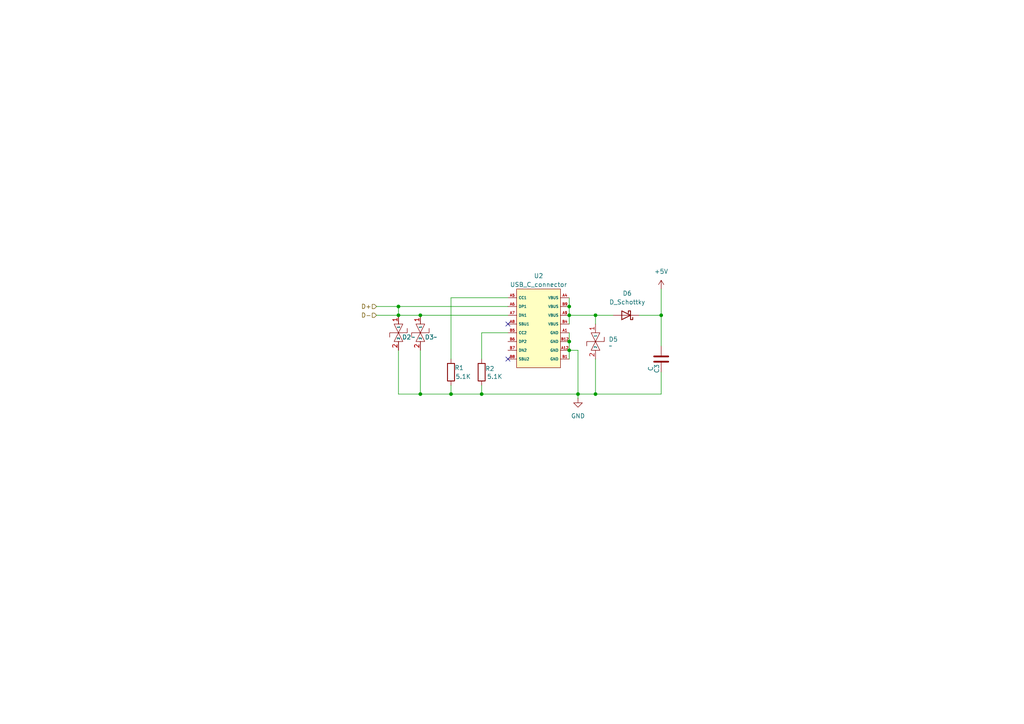
<source format=kicad_sch>
(kicad_sch (version 20250114) (generator "eeschema") (generator_version "9.0")
  (paper "A4")
  (lib_symbols
    (symbol "Custom_symbols:ESD_protection_TVS_RCLAMP0521P-N"
      (property "Reference" "D1" (at 0 3.556 0))
      (symbol "ESD_protection_TVS_RCLAMP0521P-N_0_1"
        (polyline (pts (xy 0 0) (xy -2.54 1.27) (xy -2.54 -1.27) (xy 2.54 1.27) (xy 2.54 -1.27) (xy 0 0) (xy 0 2.54) (xy -1.27 2.54) (xy 0 2.54) (xy 0 0) (xy 0 -2.54) (xy 1.27 -2.54) (xy 0 -2.54) (xy 0 0)))
      )
      (symbol "ESD_protection_TVS_RCLAMP0521P-N_1_1"
        (pin input line (at -5.08 0 0) (length 2.54) (name "1") (number "1"))
        (pin output line (at 5.08 0 180) (length 2.54) (name "2") (number "2"))
      )
    )
    (symbol "Custom_symbols:USB_C_connector_C165948"
      (property "Reference" "U1" (at 0 13.462 0))
      (symbol "USB_C_connector_C165948_1_1"
        (rectangle (start -6.35 11.43) (end 6.35 -11.43) (fill (type background)))
        (pin bidirectional line (at -8.89 8.89 0) (length 2.54) (name "CC1") (number "A5"))
        (pin bidirectional line (at -8.89 6.35 0) (length 2.54) (name "DP1") (number "A6"))
        (pin bidirectional line (at -8.89 3.81 0) (length 2.54) (name "DN1") (number "A7"))
        (pin bidirectional line (at -8.89 1.27 0) (length 2.54) (name "SBU1") (number "A8"))
        (pin bidirectional line (at -8.89 -1.27 0) (length 2.54) (name "CC2") (number "B5"))
        (pin bidirectional line (at -8.89 -3.81 0) (length 2.54) (name "DP2") (number "B6"))
        (pin bidirectional line (at -8.89 -6.35 0) (length 2.54) (name "DN2") (number "B7"))
        (pin bidirectional line (at -8.89 -8.89 0) (length 2.54) (name "SBU2") (number "B8"))
        (pin power_out line (at 8.89 8.89 180) (length 2.54) (name "VBUS") (number "A4\n"))
        (pin power_out line (at 8.89 6.35 180) (length 2.54) (name "VBUS") (number "B9"))
        (pin power_out line (at 8.89 3.81 180) (length 2.54) (name "VBUS") (number "A9"))
        (pin power_out line (at 8.89 1.27 180) (length 2.54) (name "VBUS") (number "B4"))
        (pin power_in line (at 8.89 -1.27 180) (length 2.54) (name "GND") (number "A1"))
        (pin power_in line (at 8.89 -3.81 180) (length 2.54) (name "GND") (number "B12"))
        (pin power_in line (at 8.89 -6.35 180) (length 2.54) (name "GND") (number "A12"))
        (pin power_in line (at 8.89 -8.89 180) (length 2.54) (name "GND") (number "B1"))
      )
    )
    (symbol "Device:C" (pin_numbers (hide yes)) (pin_names (offset 0.254))
      (property "Reference" "C" (at 0.635 2.54 0))
      (property "Value" "C" (at 0.635 -2.54 0))
      (symbol "C_0_1"
        (polyline (pts (xy -2.032 0.762) (xy 2.032 0.762)) (stroke (width 0.508)))
        (polyline (pts (xy -2.032 -0.762) (xy 2.032 -0.762)) (stroke (width 0.508)))
      )
      (symbol "C_1_1"
        (pin passive line (at 0 3.81 270) (length 2.794) (name "~") (number "1"))
        (pin passive line (at 0 -3.81 90) (length 2.794) (name "~") (number "2"))
      )
    )
    (symbol "Device:D_Schottky" (pin_numbers (hide yes)) (pin_names (offset 1.016) (hide yes))
      (property "Reference" "D" (at 0 2.54 0))
      (property "Value" "D_Schottky" (at 0 -2.54 0))
      (symbol "D_Schottky_0_1"
        (polyline (pts (xy -1.905 0.635) (xy -1.905 1.27) (xy -1.27 1.27) (xy -1.27 -1.27) (xy -0.635 -1.27) (xy -0.635 -0.635)) (stroke (width 0.254)))
        (polyline (pts (xy 1.27 1.27) (xy 1.27 -1.27) (xy -1.27 0) (xy 1.27 1.27)) (stroke (width 0.254)))
        (polyline (pts (xy 1.27 0) (xy -1.27 0)))
      )
      (symbol "D_Schottky_1_1"
        (pin passive line (at -3.81 0 0) (length 2.54) (name "K") (number "1"))
        (pin passive line (at 3.81 0 180) (length 2.54) (name "A") (number "2"))
      )
    )
    (symbol "Device:R" (pin_numbers (hide yes)) (pin_names (offset 0))
      (property "Reference" "R" (at 2.032 0 90))
      (property "Value" "R" (at 0 0 90))
      (symbol "R_0_1"
        (rectangle (start -1.016 -2.54) (end 1.016 2.54) (stroke (width 0.254)))
      )
      (symbol "R_1_1"
        (pin passive line (at 0 3.81 270) (length 1.27) (name "~") (number "1"))
        (pin passive line (at 0 -3.81 90) (length 1.27) (name "~") (number "2"))
      )
    )
    (symbol "power:+3.3V" (power) (pin_numbers (hide yes)) (pin_names (offset 0) (hide yes))
      (property "Value" "+3.3V" (at 0 3.556 0))
      (symbol "+3.3V_0_1"
        (polyline (pts (xy -0.762 1.27) (xy 0 2.54)))
        (polyline (pts (xy 0 2.54) (xy 0.762 1.27)))
        (polyline (pts (xy 0 0) (xy 0 2.54)))
      )
      (symbol "+3.3V_1_1"
        (pin power_in line (at 0 0 90) (length 0) (name "~") (number "1"))
      )
    )
    (symbol "power:GND" (power) (pin_numbers (hide yes)) (pin_names (offset 0) (hide yes))
      (property "Value" "GND" (at 0 -3.81 0))
      (symbol "GND_0_1"
        (polyline (pts (xy 0 0) (xy 0 -1.27) (xy 1.27 -1.27) (xy 0 -2.54) (xy -1.27 -1.27) (xy 0 -1.27)))
      )
      (symbol "GND_1_1"
        (pin power_in line (at 0 0 270) (length 0) (name "~") (number "1"))
      )
    )
  )
  (junction (at 165.1 88.9))
  (junction (at 165.1 101.6))
  (junction (at 172.72 114.3))
  (junction (at 172.72 91.44))
  (junction (at 121.92 114.3))
  (junction (at 130.81 114.3))
  (junction (at 139.7 114.3))
  (junction (at 115.57 88.9))
  (junction (at 115.57 91.44))
  (junction (at 121.92 91.44))
  (junction (at 165.1 91.44))
  (junction (at 191.77 91.44))
  (junction (at 165.1 99.06))
  (junction (at 167.64 114.3))
  (no_connect (at 147.32 104.14))
  (no_connect (at 147.32 93.98))
  (wire (pts (xy 172.72 93.98) (xy 172.72 91.44)))
  (wire (pts (xy 185.42 91.44) (xy 191.77 91.44)))
  (wire (pts (xy 191.77 83.82) (xy 191.77 91.44)))
  (wire (pts (xy 115.57 91.44) (xy 121.92 91.44)))
  (wire (pts (xy 139.7 114.3) (xy 167.64 114.3)))
  (wire (pts (xy 165.1 88.9) (xy 165.1 91.44)))
  (wire (pts (xy 165.1 96.52) (xy 165.1 99.06)))
  (wire (pts (xy 165.1 101.6) (xy 165.1 104.14)))
  (wire (pts (xy 172.72 104.14) (xy 172.72 114.3)))
  (wire (pts (xy 191.77 107.95) (xy 191.77 114.3)))
  (wire (pts (xy 130.81 114.3) (xy 139.7 114.3)))
  (wire (pts (xy 121.92 114.3) (xy 130.81 114.3)))
  (wire (pts (xy 109.22 91.44) (xy 115.57 91.44)))
  (wire (pts (xy 115.57 114.3) (xy 121.92 114.3)))
  (wire (pts (xy 167.64 114.3) (xy 172.72 114.3)))
  (wire (pts (xy 177.8 91.44) (xy 172.72 91.44)))
  (wire (pts (xy 167.64 101.6) (xy 167.64 114.3)))
  (wire (pts (xy 165.1 86.36) (xy 165.1 88.9)))
  (wire (pts (xy 147.32 86.36) (xy 130.81 86.36)))
  (wire (pts (xy 191.77 114.3) (xy 172.72 114.3)))
  (wire (pts (xy 165.1 91.44) (xy 172.72 91.44)))
  (wire (pts (xy 139.7 111.76) (xy 139.7 114.3)))
  (wire (pts (xy 165.1 99.06) (xy 165.1 101.6)))
  (wire (pts (xy 191.77 100.33) (xy 191.77 91.44)))
  (wire (pts (xy 109.22 88.9) (xy 115.57 88.9)))
  (wire (pts (xy 167.64 115.57) (xy 167.64 114.3)))
  (wire (pts (xy 130.81 86.36) (xy 130.81 104.14)))
  (wire (pts (xy 147.32 96.52) (xy 139.7 96.52)))
  (wire (pts (xy 165.1 91.44) (xy 165.1 93.98)))
  (wire (pts (xy 130.81 111.76) (xy 130.81 114.3)))
  (wire (pts (xy 115.57 101.6) (xy 115.57 114.3)))
  (wire (pts (xy 165.1 101.6) (xy 167.64 101.6)))
  (wire (pts (xy 121.92 101.6) (xy 121.92 114.3)))
  (wire (pts (xy 121.92 91.44) (xy 147.32 91.44)))
  (wire (pts (xy 139.7 96.52) (xy 139.7 104.14)))
  (wire (pts (xy 115.57 88.9) (xy 147.32 88.9)))
  (wire (pts (xy 115.57 91.44) (xy 115.57 88.9)))
  (hierarchical_label "D+" (shape input) (at 109.22 88.9 180))
  (hierarchical_label "D-" (shape input) (at 109.22 91.44 180))
  (symbol (lib_id "Custom_symbols:ESD_protection_TVS_RCLAMP0521P-N") (at 115.57 96.52 270) (unit 1)
    (property "Reference" "D2" (at 116.586 97.79 90) (effects (justify left)))
    (property "Value" "~" (at 119.38 97.79 90) (effects (justify left)))
  )
  (symbol (lib_id "Custom_symbols:USB_C_connector_C165948") (at 156.21 95.25 0) (unit 1)
    (property "Reference" "U2" (at 156.21 80.01 0))
    (property "Value" "USB_C_connector" (at 156.21 82.55 0))
    (property "Footprint" "Connector_USB:USB_C_Receptacle_G-Switch_GT-USB-7010ASV" (effects (hide yes)))
    (property "Datasheet" "https://www.lcsc.com/datasheet/lcsc_datasheet_2410010003_Korean-Hroparts-Elec-TYPE-C-31-M-12_C165948.pdf" (effects (hide yes)))
  )
  (symbol (lib_id "Custom_symbols:ESD_protection_TVS_RCLAMP0521P-N") (at 172.72 99.06 270) (unit 1)
    (property "Reference" "D5" (at 176.53 98.4249 90) (effects (justify left)))
    (property "Value" "~" (at 176.53 100.33 90) (effects (justify left)))
  )
  (symbol (lib_id "power:GND") (at 167.64 115.57 0) (unit 1)
    (property "Reference" "#PWR04" (effects (hide yes)))
    (property "Value" "GND" (at 167.64 120.65 0))
    (property "Description" "Power symbol creates a global label with name \"GND\" , ground" (effects (hide yes)))
  )
  (symbol (lib_id "Device:D_Schottky") (at 181.61 91.44 180) (unit 1)
    (property "Reference" "D6" (at 181.9275 85.09 0))
    (property "Value" "D_Schottky" (at 181.9275 87.63 0))
    (property "Footprint" "Custom_footprints:SOD_123_schottky_C64885" (effects (hide yes)))
    (property "Description" "Schottky diode" (effects (hide yes)))
  )
  (symbol (lib_id "Device:R") (at 139.7 107.95 0) (unit 1)
    (property "Reference" "R2" (at 140.716 106.934 0) (effects (justify left)))
    (property "Value" "5.1K" (at 141.224 109.22 0) (effects (justify left)))
    (property "Description" "Resistor" (effects (hide yes)))
  )
  (symbol (lib_id "power:+3.3V") (at 191.77 83.82 0) (unit 1)
    (property "Reference" "#PWR05" (effects (hide yes)))
    (property "Value" "+5V" (at 191.77 78.74 0))
    (property "Description" "Power symbol creates a global label with name \"+3.3V\"" (effects (hide yes)))
  )
  (symbol (lib_id "Device:R") (at 130.81 107.95 0) (unit 1)
    (property "Reference" "R1" (at 131.826 106.68 0) (effects (justify left)))
    (property "Value" "5.1K" (at 132.08 109.22 0) (effects (justify left)))
    (property "Description" "Resistor" (effects (hide yes)))
  )
  (symbol (lib_id "Custom_symbols:ESD_protection_TVS_RCLAMP0521P-N") (at 121.92 96.52 270) (unit 1)
    (property "Reference" "D3" (at 123.19 97.79 90) (effects (justify left)))
    (property "Value" "~" (at 125.73 97.79 90) (effects (justify left)))
  )
  (symbol (lib_id "Device:C") (at 191.77 104.14 0) (unit 1)
    (property "Reference" "C3" (at 190.5 106.934 90))
    (property "Value" "C" (at 188.722 106.934 90))
    (property "Footprint" "Capacitor_SMD:C_0603_1608Metric_Pad1.08x0.95mm_HandSolder" (effects (hide yes)))
    (property "Description" "Unpolarized capacitor" (effects (hide yes)))
  )
)
</source>
